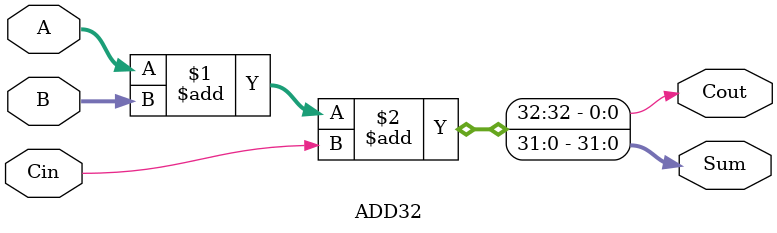
<source format=v>
module ADD32(
	input[31:0]A,
	input[31:0]B,
	input Cin,
	output[31:0]Sum,
	output Cout
);
assign {Cout,Sum} = A + B + Cin;
endmodule

</source>
